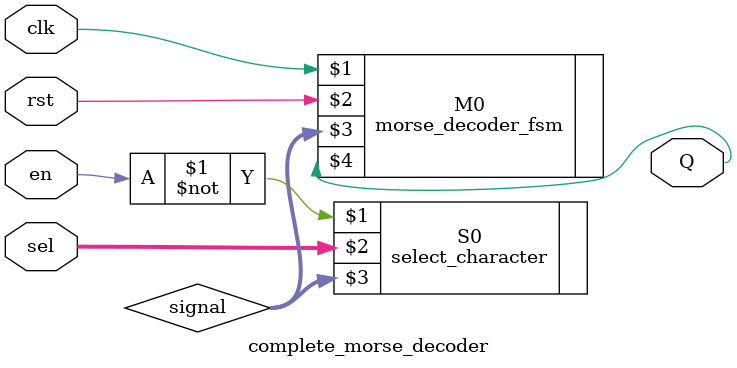
<source format=v>
module complete_morse_decoder (clk, en, rst, sel, Q);
    input clk, en, rst;
    input [2:0] sel;
    output Q;

    wire [13:0] signal;

    select_character S0 (~en, sel, signal);
    morse_decoder_fsm M0 (clk, rst, signal, Q);
endmodule
</source>
